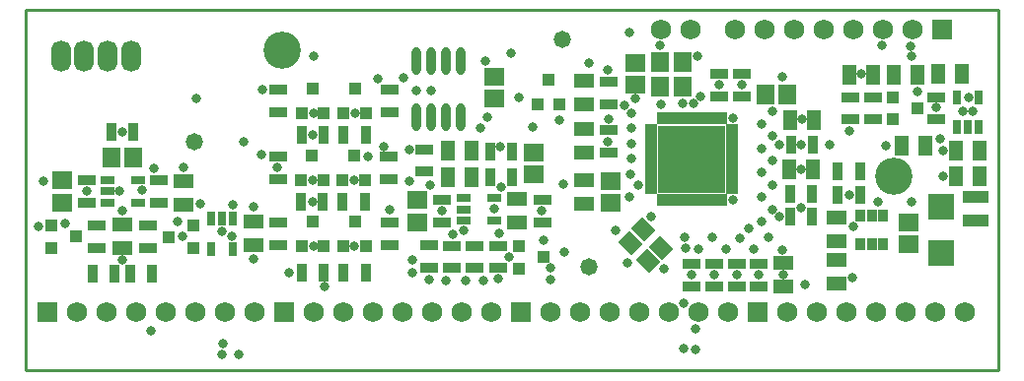
<source format=gts>
G04*
G04 #@! TF.GenerationSoftware,Altium Limited,CircuitStudio,1.5.2 (30)*
G04*
G04 Layer_Color=20142*
%FSLAX44Y44*%
%MOMM*%
G71*
G01*
G75*
%ADD30C,0.2540*%
%ADD49R,0.5080X1.0160*%
G04:AMPARAMS|DCode=50|XSize=1.6032mm|YSize=1.4032mm|CornerRadius=0mm|HoleSize=0mm|Usage=FLASHONLY|Rotation=315.000|XOffset=0mm|YOffset=0mm|HoleType=Round|Shape=Rectangle|*
%AMROTATEDRECTD50*
4,1,4,-1.0629,0.0707,-0.0707,1.0629,1.0629,-0.0707,0.0707,-1.0629,-1.0629,0.0707,0.0*
%
%ADD50ROTATEDRECTD50*%

%ADD51R,1.8032X1.5032*%
%ADD52O,0.8032X2.4032*%
%ADD53R,1.1176X1.0160*%
%ADD54R,1.5032X0.9032*%
%ADD55R,1.2032X1.7272*%
%ADD56R,1.7272X1.2032*%
%ADD57C,1.4732*%
%ADD58R,1.2032X0.8032*%
%ADD59R,0.9032X1.5032*%
%ADD60R,1.5032X1.8032*%
%ADD61R,2.2032X2.2032*%
%ADD62R,2.2032X1.0032*%
%ADD63R,1.0160X1.1176*%
%ADD64R,5.7912X5.7912*%
%ADD65R,1.0160X0.5080*%
%ADD66R,0.8532X1.1032*%
%ADD67R,0.8032X1.2032*%
%ADD68C,1.7272*%
%ADD69R,1.7272X1.7272*%
%ADD70C,3.2032*%
%ADD71O,1.7032X2.7032*%
%ADD72C,0.8032*%
D30*
X339500Y255000D02*
Y565000D01*
X1174500D01*
Y255000D02*
Y565000D01*
X339500Y255000D02*
X1174500D01*
D49*
X923446Y471598D02*
D03*
X928526D02*
D03*
X938432Y402002D02*
D03*
X933606D02*
D03*
X928526D02*
D03*
X923446D02*
D03*
X918620D02*
D03*
X913540D02*
D03*
X908460D02*
D03*
X903380D02*
D03*
X898554D02*
D03*
X893474D02*
D03*
X888394D02*
D03*
X883568D02*
D03*
Y471598D02*
D03*
X888394D02*
D03*
X893474D02*
D03*
X898554D02*
D03*
X903380D02*
D03*
X908460D02*
D03*
X913540D02*
D03*
X918620D02*
D03*
X933606D02*
D03*
X938432D02*
D03*
D50*
X873621Y349065D02*
D03*
X858065Y364621D02*
D03*
X884935Y360379D02*
D03*
X869378Y375935D02*
D03*
D51*
X741800Y488500D02*
D03*
Y507500D02*
D03*
X370500Y399500D02*
D03*
Y418500D02*
D03*
X775200Y423600D02*
D03*
Y442600D02*
D03*
X1097000Y382500D02*
D03*
Y363500D02*
D03*
X841160Y418050D02*
D03*
Y399050D02*
D03*
X862800Y500700D02*
D03*
Y519700D02*
D03*
X675400Y401500D02*
D03*
Y382500D02*
D03*
D52*
X712550Y521000D02*
D03*
X699850D02*
D03*
X687150D02*
D03*
X674450D02*
D03*
X712550Y473000D02*
D03*
X699850D02*
D03*
X687150D02*
D03*
X674450D02*
D03*
D53*
X1104788Y480626D02*
D03*
X1083612Y470974D02*
D03*
Y490126D02*
D03*
X461912Y369924D02*
D03*
X483088Y379576D02*
D03*
Y360424D02*
D03*
X382088Y370076D02*
D03*
X360912Y360424D02*
D03*
Y379576D02*
D03*
X783688Y352476D02*
D03*
X762512Y342824D02*
D03*
Y361976D02*
D03*
D54*
X1066500Y471000D02*
D03*
Y490000D02*
D03*
X1121000D02*
D03*
Y471000D02*
D03*
X1046950Y490050D02*
D03*
Y471050D02*
D03*
X681700Y445200D02*
D03*
Y426200D02*
D03*
X949400Y346600D02*
D03*
Y327600D02*
D03*
X839500Y461500D02*
D03*
Y442500D02*
D03*
X555750Y381900D02*
D03*
Y362900D02*
D03*
Y438750D02*
D03*
Y419750D02*
D03*
X651750Y381900D02*
D03*
Y362900D02*
D03*
X651000Y438750D02*
D03*
Y419750D02*
D03*
X968600Y327600D02*
D03*
Y346600D02*
D03*
X934100Y490900D02*
D03*
X954100D02*
D03*
X555750Y496400D02*
D03*
Y477400D02*
D03*
X651750Y496400D02*
D03*
Y477400D02*
D03*
X744700Y343298D02*
D03*
Y362298D02*
D03*
X724900Y362300D02*
D03*
Y343300D02*
D03*
X697000Y382500D02*
D03*
Y401500D02*
D03*
X685600Y343500D02*
D03*
Y362500D02*
D03*
X704800Y343300D02*
D03*
Y362300D02*
D03*
X782800Y401500D02*
D03*
Y382500D02*
D03*
X453500Y418500D02*
D03*
Y399500D02*
D03*
X391500D02*
D03*
Y418500D02*
D03*
X910750Y327600D02*
D03*
Y346600D02*
D03*
X929950Y327600D02*
D03*
Y346600D02*
D03*
X839500Y503000D02*
D03*
Y484000D02*
D03*
X400039Y379500D02*
D03*
Y360500D02*
D03*
X444500Y379500D02*
D03*
Y360500D02*
D03*
X954100Y509900D02*
D03*
X934100D02*
D03*
D55*
X1104410Y509550D02*
D03*
X1084090D02*
D03*
X701940Y444100D02*
D03*
X722260D02*
D03*
X702030Y421330D02*
D03*
X722350D02*
D03*
X1045970Y509550D02*
D03*
X1066290D02*
D03*
X1091340Y448000D02*
D03*
X1111660D02*
D03*
X1014960Y428100D02*
D03*
X994640D02*
D03*
X1138040Y421800D02*
D03*
X1158360D02*
D03*
X1122340Y510000D02*
D03*
X1142660D02*
D03*
X1015560Y470700D02*
D03*
X995240D02*
D03*
X1137840Y444000D02*
D03*
X1158160D02*
D03*
D56*
X474500Y397840D02*
D03*
Y418160D02*
D03*
X422500Y359840D02*
D03*
Y380160D02*
D03*
X761100Y381840D02*
D03*
Y402160D02*
D03*
X534900Y382910D02*
D03*
Y362590D02*
D03*
X1035000Y329640D02*
D03*
Y349960D02*
D03*
X1035000Y386160D02*
D03*
Y365840D02*
D03*
X818500Y398424D02*
D03*
Y418744D02*
D03*
X818500Y462460D02*
D03*
Y442140D02*
D03*
X989600Y326940D02*
D03*
Y347260D02*
D03*
X818500Y483500D02*
D03*
Y503820D02*
D03*
D57*
X799500Y540000D02*
D03*
X822500Y344000D02*
D03*
X484500Y452000D02*
D03*
D58*
X715538Y403130D02*
D03*
Y393630D02*
D03*
Y384130D02*
D03*
X741542D02*
D03*
Y403130D02*
D03*
X409497Y418499D02*
D03*
Y409000D02*
D03*
Y399500D02*
D03*
X435502D02*
D03*
Y418499D02*
D03*
D59*
X737690Y443330D02*
D03*
X756690D02*
D03*
X756690Y421330D02*
D03*
X737690D02*
D03*
X432000Y460000D02*
D03*
X413000D02*
D03*
X1055500Y426000D02*
D03*
X1036500D02*
D03*
Y406000D02*
D03*
X1055500D02*
D03*
X576250Y339400D02*
D03*
X595250D02*
D03*
X575500Y400400D02*
D03*
X594500D02*
D03*
X631250Y339400D02*
D03*
X612250D02*
D03*
X630500Y400400D02*
D03*
X611500D02*
D03*
X1014300Y406800D02*
D03*
X995300D02*
D03*
X576250Y457900D02*
D03*
X595250D02*
D03*
X631250D02*
D03*
X612250D02*
D03*
X1014900Y449400D02*
D03*
X995900D02*
D03*
X995500Y387000D02*
D03*
X1014500D02*
D03*
X448000Y338452D02*
D03*
X429000D02*
D03*
X396539D02*
D03*
X415539D02*
D03*
D60*
X902840Y520200D02*
D03*
X883840D02*
D03*
X902840Y498970D02*
D03*
X883840D02*
D03*
X974000Y492500D02*
D03*
X993000D02*
D03*
X413000Y438000D02*
D03*
X432000D02*
D03*
D61*
X1125000Y356000D02*
D03*
Y396000D02*
D03*
D62*
X1155000Y404000D02*
D03*
Y384000D02*
D03*
D63*
X585674Y382988D02*
D03*
X595326Y361812D02*
D03*
X576174D02*
D03*
X584924Y439988D02*
D03*
X594576Y418812D02*
D03*
X575424D02*
D03*
X621674Y382988D02*
D03*
X631326Y361812D02*
D03*
X612174D02*
D03*
X585674Y497488D02*
D03*
X595326Y476312D02*
D03*
X576174D02*
D03*
X621674Y497488D02*
D03*
X631326Y476312D02*
D03*
X612174D02*
D03*
X620924Y439988D02*
D03*
X630576Y418812D02*
D03*
X611424D02*
D03*
X778373Y484162D02*
D03*
X797525D02*
D03*
X787874Y505338D02*
D03*
D64*
X911000Y436800D02*
D03*
D65*
X945798Y464232D02*
D03*
Y459406D02*
D03*
Y454326D02*
D03*
Y449246D02*
D03*
Y444420D02*
D03*
Y439340D02*
D03*
Y434260D02*
D03*
Y429180D02*
D03*
Y424354D02*
D03*
Y419274D02*
D03*
Y414194D02*
D03*
Y409368D02*
D03*
X876202D02*
D03*
Y414194D02*
D03*
Y419274D02*
D03*
Y424354D02*
D03*
Y429180D02*
D03*
Y434260D02*
D03*
Y439340D02*
D03*
Y444420D02*
D03*
Y449246D02*
D03*
Y454326D02*
D03*
Y459406D02*
D03*
Y464232D02*
D03*
D66*
X1075000Y388000D02*
D03*
X1065500D02*
D03*
X1056000D02*
D03*
Y364000D02*
D03*
X1065500D02*
D03*
X1075000D02*
D03*
D67*
X517150Y385502D02*
D03*
X507650D02*
D03*
X498150D02*
D03*
Y359498D02*
D03*
X517150D02*
D03*
X1138500Y463998D02*
D03*
X1148000D02*
D03*
X1157500D02*
D03*
Y490002D02*
D03*
X1138500D02*
D03*
D68*
X884750Y548250D02*
D03*
X910150D02*
D03*
X999050D02*
D03*
X1024450D02*
D03*
X1049850D02*
D03*
X973650D02*
D03*
X948250D02*
D03*
X1100650D02*
D03*
X1075250D02*
D03*
X1094150Y305050D02*
D03*
X1068750D02*
D03*
X1043350D02*
D03*
X1017950D02*
D03*
X992550D02*
D03*
X1119550D02*
D03*
X1144950D02*
D03*
X890950D02*
D03*
X865550D02*
D03*
X840150D02*
D03*
X814750D02*
D03*
X789350D02*
D03*
X916350D02*
D03*
X941750D02*
D03*
X687750D02*
D03*
X662350D02*
D03*
X636950D02*
D03*
X611550D02*
D03*
X586150D02*
D03*
X713150D02*
D03*
X738550D02*
D03*
X484550D02*
D03*
X459150D02*
D03*
X433750D02*
D03*
X408350D02*
D03*
X382950D02*
D03*
X509950D02*
D03*
X535350D02*
D03*
D69*
X1126050Y548250D02*
D03*
X967150Y305050D02*
D03*
X763950D02*
D03*
X560750D02*
D03*
X357550D02*
D03*
D70*
X1084500Y422000D02*
D03*
X559500Y530000D02*
D03*
D71*
X369500Y525000D02*
D03*
X389500D02*
D03*
X409500D02*
D03*
X429500D02*
D03*
D72*
X1124500Y454000D02*
D03*
X1077500Y448000D02*
D03*
X1126300Y444000D02*
D03*
X1046500Y406000D02*
D03*
X1099500Y400000D02*
D03*
X1126300Y421800D02*
D03*
X1070500Y400000D02*
D03*
X1148500Y490000D02*
D03*
X1120500Y481000D02*
D03*
X1104500Y495000D02*
D03*
X1046500Y461000D02*
D03*
X1049500Y379000D02*
D03*
X980499Y414500D02*
D03*
X970499Y404000D02*
D03*
X910500Y336999D02*
D03*
X1005000Y449000D02*
D03*
X988500Y507500D02*
D03*
X685600Y332900D02*
D03*
X671500Y339000D02*
D03*
X838500Y513500D02*
D03*
X663500Y507000D02*
D03*
X565500Y339000D02*
D03*
X354500Y418000D02*
D03*
X350500Y379000D02*
D03*
X507500Y375000D02*
D03*
X555500Y430000D02*
D03*
X534500Y396000D02*
D03*
X534900Y350600D02*
D03*
X473500Y370000D02*
D03*
X489500Y398000D02*
D03*
X474500Y430000D02*
D03*
X439500Y410000D02*
D03*
X469500Y383000D02*
D03*
X422500Y392000D02*
D03*
X373500Y381000D02*
D03*
X422500Y350000D02*
D03*
X419500Y409000D02*
D03*
X422500Y460000D02*
D03*
X391500Y409000D02*
D03*
X916000Y525500D02*
D03*
X928500Y369500D02*
D03*
X857500Y404500D02*
D03*
X918620Y490500D02*
D03*
X954250Y500500D02*
D03*
X933500Y460500D02*
D03*
X946598Y471598D02*
D03*
X980499Y477499D02*
D03*
X916500Y359500D02*
D03*
X904500Y369500D02*
D03*
X876500Y387500D02*
D03*
X911000Y436800D02*
D03*
X933500Y414500D02*
D03*
X888500Y460500D02*
D03*
Y414500D02*
D03*
X859000Y437002D02*
D03*
X733500Y521000D02*
D03*
X745500Y373000D02*
D03*
X697000Y392500D02*
D03*
X782500Y392000D02*
D03*
X485500Y489000D02*
D03*
X735500Y473000D02*
D03*
X674500Y496000D02*
D03*
X687500D02*
D03*
X716500Y332000D02*
D03*
X671500Y350000D02*
D03*
X845500Y375500D02*
D03*
X855500Y347500D02*
D03*
X586312Y361812D02*
D03*
X621499Y362000D02*
D03*
X595500Y327000D02*
D03*
X585500Y400000D02*
D03*
Y458000D02*
D03*
X622124Y476000D02*
D03*
X586500D02*
D03*
X542500Y496800D02*
D03*
X621500Y419000D02*
D03*
X585500D02*
D03*
X686500Y414000D02*
D03*
X741500Y394000D02*
D03*
X1048490Y335000D02*
D03*
X1143500Y478000D02*
D03*
X1152500D02*
D03*
X789500Y343000D02*
D03*
X747500Y413000D02*
D03*
X783688Y367000D02*
D03*
X754500Y353000D02*
D03*
X651500Y393000D02*
D03*
X822700Y519700D02*
D03*
X1056498Y509999D02*
D03*
X449000Y428500D02*
D03*
X446500Y289000D02*
D03*
X516500Y370000D02*
D03*
X1005000Y395000D02*
D03*
X839500Y471500D02*
D03*
X968500Y337500D02*
D03*
X930500D02*
D03*
X887500Y342500D02*
D03*
X986500Y387000D02*
D03*
X883840Y534840D02*
D03*
X797525Y470474D02*
D03*
X700000Y332500D02*
D03*
X744700Y333799D02*
D03*
X732000Y332500D02*
D03*
X1029000Y449000D02*
D03*
X1005500Y471000D02*
D03*
X989500Y337000D02*
D03*
X715538Y375038D02*
D03*
X586500Y525000D02*
D03*
X755500Y527500D02*
D03*
X668500Y418000D02*
D03*
X526000Y451500D02*
D03*
X730000Y463500D02*
D03*
X1008500Y328500D02*
D03*
X949500Y337500D02*
D03*
X904000Y312500D02*
D03*
X914000Y291000D02*
D03*
X904000Y274000D02*
D03*
X914000Y273000D02*
D03*
X509000Y278000D02*
D03*
X517150Y397350D02*
D03*
X507500Y268500D02*
D03*
X522000Y268460D02*
D03*
X542000Y440500D02*
D03*
X774500Y464000D02*
D03*
X633500Y439000D02*
D03*
X641250Y506250D02*
D03*
X646999Y447000D02*
D03*
X763000Y489500D02*
D03*
X906000Y360165D02*
D03*
X1100000Y525500D02*
D03*
X934250Y500500D02*
D03*
X1074000Y534500D02*
D03*
X1098500Y533500D02*
D03*
X988500Y358500D02*
D03*
X980499Y393500D02*
D03*
X746500Y447500D02*
D03*
X839000Y452000D02*
D03*
X859000Y463334D02*
D03*
Y450168D02*
D03*
X668500Y444500D02*
D03*
X864776Y414197D02*
D03*
X858499Y423999D02*
D03*
X940500Y359500D02*
D03*
X964500D02*
D03*
X976500Y369500D02*
D03*
X951999Y369000D02*
D03*
X959998Y377000D02*
D03*
X970499Y383000D02*
D03*
Y466999D02*
D03*
X980499Y456499D02*
D03*
X1005000Y428000D02*
D03*
X980499Y435500D02*
D03*
X970499Y425000D02*
D03*
X986000Y449000D02*
D03*
X946002Y402002D02*
D03*
X970499Y445999D02*
D03*
X789500Y333500D02*
D03*
X705500Y372000D02*
D03*
X800500Y415500D02*
D03*
X801500Y357000D02*
D03*
X884500Y483500D02*
D03*
X903500Y484500D02*
D03*
X912500D02*
D03*
X853500Y483000D02*
D03*
X859000Y476500D02*
D03*
X857500Y546000D02*
D03*
X862500Y488500D02*
D03*
M02*

</source>
